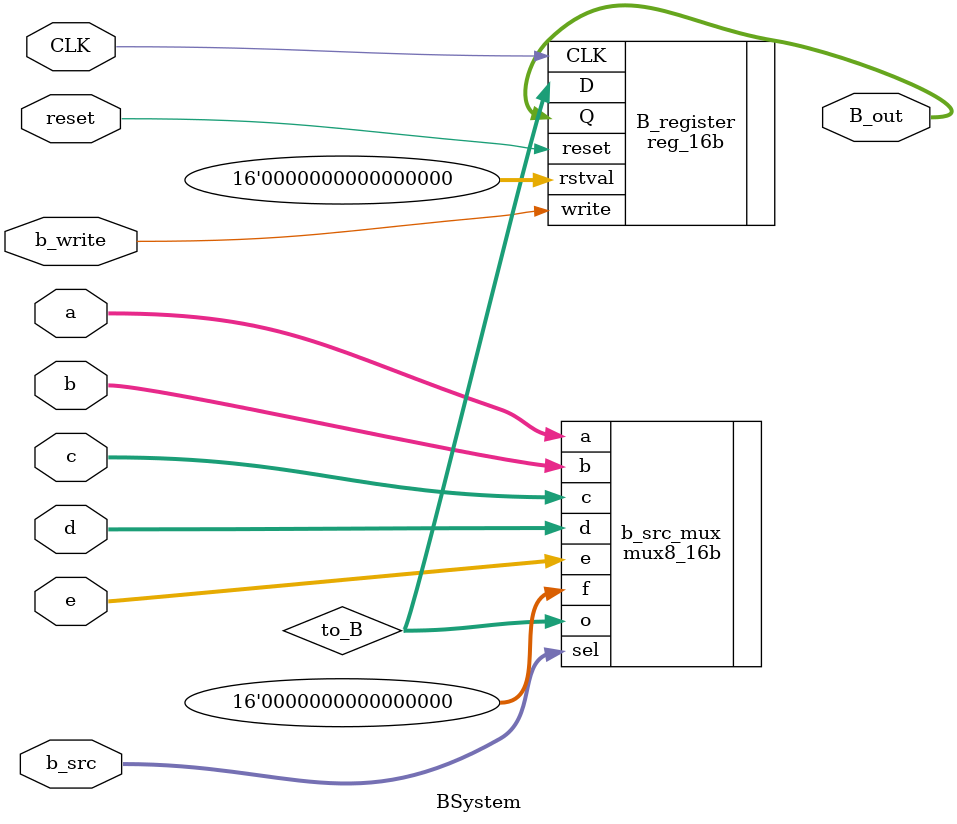
<source format=v>
`timescale 1ns / 1ps
module BSystem(
	input [15:0] a,
	input [15:0] b,
	input [15:0] c,
	input [15:0] d,
	input [15:0] e,
	input [2:0] b_src,
	input b_write,
	input reset,
	input CLK,
	output [15:0] B_out
   );
	
	wire [15:0] to_B;
	
	mux8_16b b_src_mux(
		.a(a),
		.b(b),
		.c(c),
		.d(d),
		.e(e),
		.f(16'b0), //GND
		.sel(b_src),
		.o(to_B)
	);
	
	reg_16b B_register(
		.D(to_B),
		.rstval(16'b0),
		.write(b_write),
		.reset(reset),
		.CLK(CLK),
		.Q(B_out)
	);


endmodule

</source>
